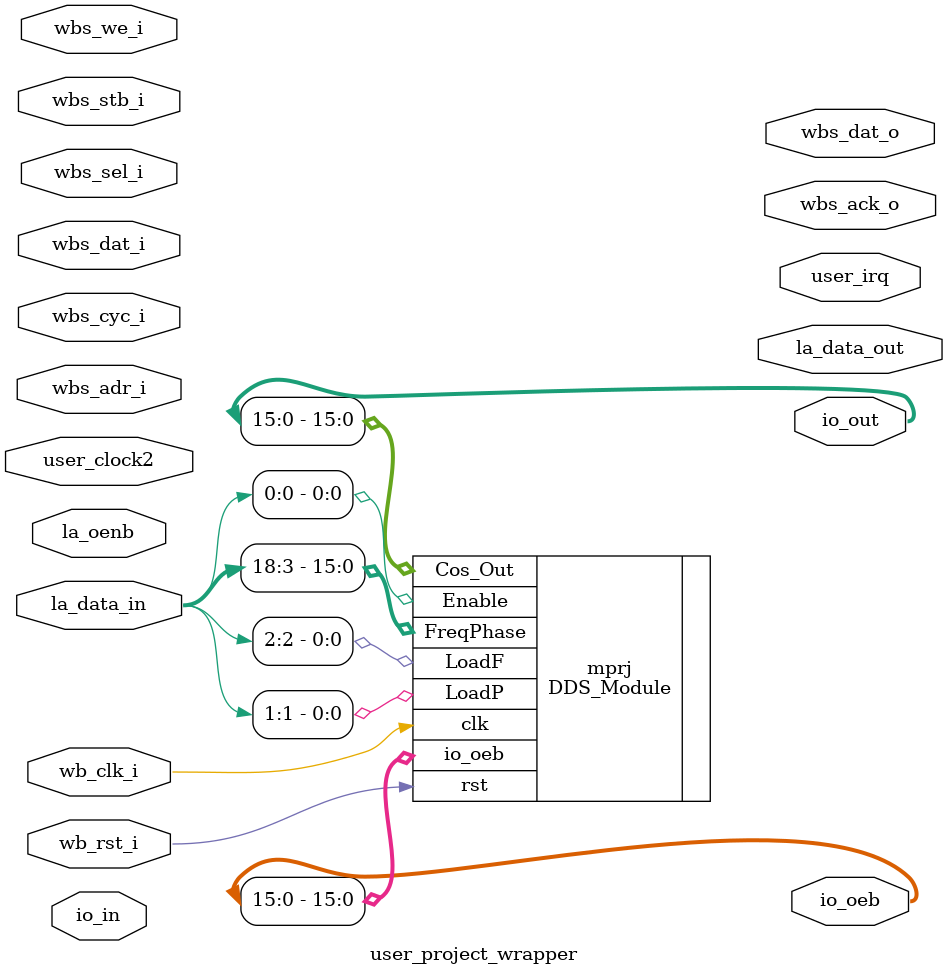
<source format=v>
module user_project_wrapper (user_clock2,
    wb_clk_i,
    wb_rst_i,
    wbs_ack_o,
    wbs_cyc_i,
    wbs_stb_i,
    wbs_we_i,
    io_in,
    io_oeb,
    io_out,
    la_data_in,
    la_data_out,
    la_oenb,
    user_irq,
    wbs_adr_i,
    wbs_dat_i,
    wbs_dat_o,
    wbs_sel_i);
 input user_clock2;
 input wb_clk_i;
 input wb_rst_i;
 output wbs_ack_o;
 input wbs_cyc_i;
 input wbs_stb_i;
 input wbs_we_i;
 input [37:0] io_in;
 output [37:0] io_oeb;
 output [37:0] io_out;
 input [63:0] la_data_in;
 output [63:0] la_data_out;
 input [63:0] la_oenb;
 output [2:0] user_irq;
 input [31:0] wbs_adr_i;
 input [31:0] wbs_dat_i;
 output [31:0] wbs_dat_o;
 input [3:0] wbs_sel_i;


 DDS_Module mprj (.Enable(la_data_in[0]),
    .LoadF(la_data_in[2]),
    .LoadP(la_data_in[1]),
    .clk(wb_clk_i),
    .rst(wb_rst_i),
    .Cos_Out({io_out[15],
    io_out[14],
    io_out[13],
    io_out[12],
    io_out[11],
    io_out[10],
    io_out[9],
    io_out[8],
    io_out[7],
    io_out[6],
    io_out[5],
    io_out[4],
    io_out[3],
    io_out[2],
    io_out[1],
    io_out[0]}),
    .FreqPhase({la_data_in[18],
    la_data_in[17],
    la_data_in[16],
    la_data_in[15],
    la_data_in[14],
    la_data_in[13],
    la_data_in[12],
    la_data_in[11],
    la_data_in[10],
    la_data_in[9],
    la_data_in[8],
    la_data_in[7],
    la_data_in[6],
    la_data_in[5],
    la_data_in[4],
    la_data_in[3]}),
    .io_oeb({io_oeb[15],
    io_oeb[14],
    io_oeb[13],
    io_oeb[12],
    io_oeb[11],
    io_oeb[10],
    io_oeb[9],
    io_oeb[8],
    io_oeb[7],
    io_oeb[6],
    io_oeb[5],
    io_oeb[4],
    io_oeb[3],
    io_oeb[2],
    io_oeb[1],
    io_oeb[0]}));
endmodule


</source>
